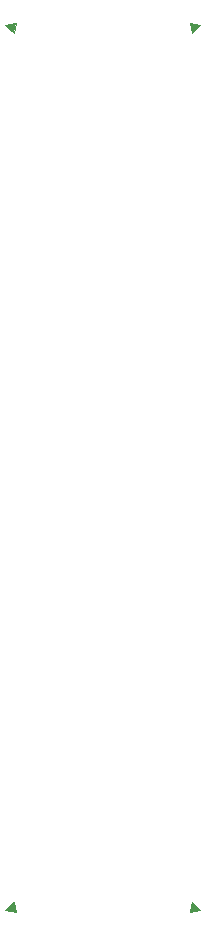
<source format=gbr>
G04 #@! TF.GenerationSoftware,KiCad,Pcbnew,(5.1.7)-1*
G04 #@! TF.CreationDate,2020-10-07T12:45:53-07:00*
G04 #@! TF.ProjectId,bigass_7_segment,62696761-7373-45f3-975f-7365676d656e,rev?*
G04 #@! TF.SameCoordinates,Original*
G04 #@! TF.FileFunction,Legend,Bot*
G04 #@! TF.FilePolarity,Positive*
%FSLAX46Y46*%
G04 Gerber Fmt 4.6, Leading zero omitted, Abs format (unit mm)*
G04 Created by KiCad (PCBNEW (5.1.7)-1) date 2020-10-07 12:45:53*
%MOMM*%
%LPD*%
G01*
G04 APERTURE LIST*
%ADD10C,0.100000*%
G04 APERTURE END LIST*
D10*
G04 #@! TO.C,J1*
G36*
X7347038Y73652962D02*
G01*
X8245064Y73473356D01*
X7526644Y72754936D01*
X7347038Y73652962D01*
G37*
X7347038Y73652962D02*
X8245064Y73473356D01*
X7526644Y72754936D01*
X7347038Y73652962D01*
G04 #@! TO.C,J2*
G36*
X7347038Y-1652962D02*
G01*
X7526644Y-754936D01*
X8245064Y-1473356D01*
X7347038Y-1652962D01*
G37*
X7347038Y-1652962D02*
X7526644Y-754936D01*
X8245064Y-1473356D01*
X7347038Y-1652962D01*
G04 #@! TO.C,J3*
G36*
X-7347038Y73652962D02*
G01*
X-7526644Y72754936D01*
X-8245064Y73473356D01*
X-7347038Y73652962D01*
G37*
X-7347038Y73652962D02*
X-7526644Y72754936D01*
X-8245064Y73473356D01*
X-7347038Y73652962D01*
G04 #@! TO.C,J4*
G36*
X-7347038Y-1652962D02*
G01*
X-8245064Y-1473356D01*
X-7526644Y-754936D01*
X-7347038Y-1652962D01*
G37*
X-7347038Y-1652962D02*
X-8245064Y-1473356D01*
X-7526644Y-754936D01*
X-7347038Y-1652962D01*
G04 #@! TD*
M02*

</source>
